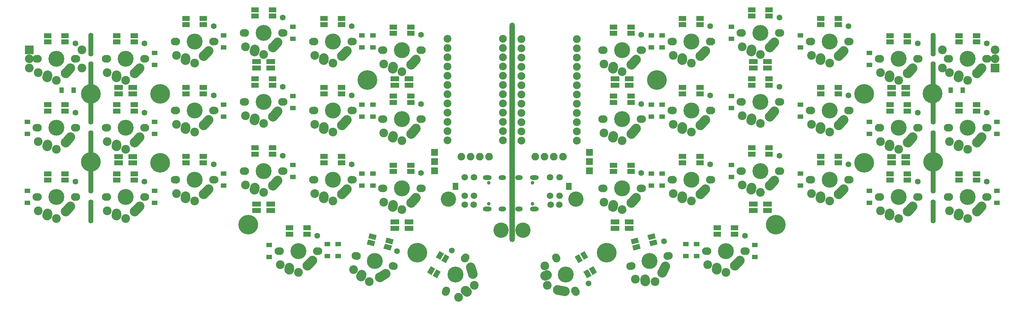
<source format=gbr>
G04 #@! TF.GenerationSoftware,KiCad,Pcbnew,(5.1.5)-3*
G04 #@! TF.CreationDate,2020-07-27T19:09:03+07:00*
G04 #@! TF.ProjectId,corne-classic,636f726e-652d-4636-9c61-737369632e6b,1.1*
G04 #@! TF.SameCoordinates,Original*
G04 #@! TF.FileFunction,Soldermask,Bot*
G04 #@! TF.FilePolarity,Negative*
%FSLAX46Y46*%
G04 Gerber Fmt 4.6, Leading zero omitted, Abs format (unit mm)*
G04 Created by KiCad (PCBNEW (5.1.5)-3) date 2020-07-27 19:09:03*
%MOMM*%
%LPD*%
G04 APERTURE LIST*
%ADD10C,2.152600*%
%ADD11C,4.387800*%
%ADD12C,1.600000*%
%ADD13C,2.100000*%
%ADD14C,2.400000*%
%ADD15C,2.150000*%
%ADD16C,2.650000*%
%ADD17C,2.650000*%
%ADD18O,1.450000X60.400000*%
%ADD19O,2.100000X2.100000*%
%ADD20R,1.924000X1.924000*%
%ADD21C,0.100000*%
%ADD22R,2.000000X1.400000*%
%ADD23R,2.400000X1.400000*%
%ADD24R,1.600000X1.300000*%
%ADD25R,1.300000X1.600000*%
%ADD26C,1.797000*%
%ADD27O,1.400000X6.550000*%
%ADD28O,1.400000X6.566000*%
%ADD29O,1.400000X17.400000*%
%ADD30R,2.400000X2.400000*%
%ADD31C,5.400000*%
%ADD32R,1.543000X1.035000*%
%ADD33C,1.000000*%
%ADD34O,2.100000X1.300000*%
%ADD35O,2.400000X1.300000*%
%ADD36C,4.200000*%
G04 APERTURE END LIST*
D10*
X146781000Y-28067000D03*
X131541000Y-48387000D03*
X131541000Y-33147000D03*
X131541000Y-35687000D03*
X131541000Y-38227000D03*
X146781000Y-56007000D03*
X131541000Y-30607000D03*
X131541000Y-28067000D03*
X131541000Y-50927000D03*
X131541000Y-53467000D03*
X131541000Y-56007000D03*
X146781000Y-53467000D03*
X146781000Y-50927000D03*
X146781000Y-48387000D03*
X146781000Y-45847000D03*
X146781000Y-43307000D03*
X146781000Y-40767000D03*
X146781000Y-38227000D03*
X146781000Y-33147000D03*
X146781000Y-35687000D03*
X146781000Y-30607000D03*
X131541000Y-45847000D03*
X131541000Y-43307000D03*
X131541000Y-40767000D03*
X167112000Y-28168600D03*
X151872000Y-48488600D03*
X151872000Y-33248600D03*
X151872000Y-35788600D03*
X151872000Y-38328600D03*
X167112000Y-56108600D03*
X151872000Y-30708600D03*
X151872000Y-28168600D03*
X151872000Y-51028600D03*
X151872000Y-53568600D03*
X151872000Y-56108600D03*
X167112000Y-53568600D03*
X167112000Y-51028600D03*
X167112000Y-48488600D03*
X167112000Y-45948600D03*
X167112000Y-43408600D03*
X167112000Y-40868600D03*
X167112000Y-38328600D03*
X167112000Y-33248600D03*
X167112000Y-35788600D03*
X167112000Y-30708600D03*
X151872000Y-45948600D03*
X151872000Y-43408600D03*
X151872000Y-40868600D03*
D11*
X187102000Y-89239800D03*
D12*
X191057093Y-83831876D03*
D13*
X181789408Y-90663305D03*
X192414592Y-87816295D03*
D14*
X183255883Y-94204413D03*
D15*
X182195097Y-90554601D03*
X192008903Y-87924999D03*
D16*
X190552091Y-92456456D03*
D17*
X191439578Y-90707151D02*
X190552102Y-92456461D01*
D14*
X188629032Y-94938762D03*
D16*
X185963349Y-94804104D03*
D17*
X185851871Y-94233514D02*
X185963799Y-94804016D01*
D11*
X208102000Y-86489800D03*
D12*
X213322000Y-82289800D03*
D13*
X202602000Y-86489800D03*
X213602000Y-86489800D03*
D14*
X203102000Y-90289800D03*
D15*
X203022000Y-86489800D03*
X213182000Y-86489800D03*
D16*
X210602000Y-90489800D03*
D17*
X211912000Y-89029800D02*
X210602010Y-90489808D01*
D14*
X208102000Y-92389800D03*
D16*
X205562000Y-91569800D03*
D17*
X205602000Y-90989800D02*
X205562458Y-91569832D01*
D11*
X179602000Y-69239800D03*
D12*
X184822000Y-65039800D03*
D13*
X174102000Y-69239800D03*
X185102000Y-69239800D03*
D14*
X174602000Y-73039800D03*
D15*
X174522000Y-69239800D03*
X184682000Y-69239800D03*
D16*
X182102000Y-73239800D03*
D17*
X183412000Y-71779800D02*
X182102010Y-73239808D01*
D14*
X179602000Y-75139800D03*
D16*
X177062000Y-74319800D03*
D17*
X177102000Y-73739800D02*
X177062458Y-74319832D01*
D11*
X198602000Y-66864800D03*
D12*
X203822000Y-62664800D03*
D13*
X193102000Y-66864800D03*
X204102000Y-66864800D03*
D14*
X193602000Y-70664800D03*
D15*
X193522000Y-66864800D03*
X203682000Y-66864800D03*
D16*
X201102000Y-70864800D03*
D17*
X202412000Y-69404800D02*
X201102010Y-70864808D01*
D14*
X198602000Y-72764800D03*
D16*
X196062000Y-71944800D03*
D17*
X196102000Y-71364800D02*
X196062458Y-71944832D01*
D11*
X217602000Y-64489800D03*
D12*
X222822000Y-60289800D03*
D13*
X212102000Y-64489800D03*
X223102000Y-64489800D03*
D14*
X212602000Y-68289800D03*
D15*
X212522000Y-64489800D03*
X222682000Y-64489800D03*
D16*
X220102000Y-68489800D03*
D17*
X221412000Y-67029800D02*
X220102010Y-68489808D01*
D14*
X217602000Y-70389800D03*
D16*
X215062000Y-69569800D03*
D17*
X215102000Y-68989800D02*
X215062458Y-69569832D01*
D11*
X236602000Y-66864800D03*
D12*
X241822000Y-62664800D03*
D13*
X231102000Y-66864800D03*
X242102000Y-66864800D03*
D14*
X231602000Y-70664800D03*
D15*
X231522000Y-66864800D03*
X241682000Y-66864800D03*
D16*
X239102000Y-70864800D03*
D17*
X240412000Y-69404800D02*
X239102010Y-70864808D01*
D14*
X236602000Y-72764800D03*
D16*
X234062000Y-71944800D03*
D17*
X234102000Y-71364800D02*
X234062458Y-71944832D01*
D11*
X255602000Y-71614800D03*
D12*
X260822000Y-67414800D03*
D13*
X250102000Y-71614800D03*
X261102000Y-71614800D03*
D14*
X250602000Y-75414800D03*
D15*
X250522000Y-71614800D03*
X260682000Y-71614800D03*
D16*
X258102000Y-75614800D03*
D17*
X259412000Y-74154800D02*
X258102010Y-75614808D01*
D14*
X255602000Y-77514800D03*
D16*
X253062000Y-76694800D03*
D17*
X253102000Y-76114800D02*
X253062458Y-76694832D01*
D11*
X274602000Y-71614800D03*
D12*
X279822000Y-67414800D03*
D13*
X269102000Y-71614800D03*
X280102000Y-71614800D03*
D14*
X269602000Y-75414800D03*
D15*
X269522000Y-71614800D03*
X279682000Y-71614800D03*
D16*
X277102000Y-75614800D03*
D17*
X278412000Y-74154800D02*
X277102010Y-75614808D01*
D14*
X274602000Y-77514800D03*
D16*
X272062000Y-76694800D03*
D17*
X272102000Y-76114800D02*
X272062458Y-76694832D01*
D11*
X179602000Y-50239800D03*
D12*
X184822000Y-46039800D03*
D13*
X174102000Y-50239800D03*
X185102000Y-50239800D03*
D14*
X174602000Y-54039800D03*
D15*
X174522000Y-50239800D03*
X184682000Y-50239800D03*
D16*
X182102000Y-54239800D03*
D17*
X183412000Y-52779800D02*
X182102010Y-54239808D01*
D14*
X179602000Y-56139800D03*
D16*
X177062000Y-55319800D03*
D17*
X177102000Y-54739800D02*
X177062458Y-55319832D01*
D11*
X198602000Y-47864800D03*
D12*
X203822000Y-43664800D03*
D13*
X193102000Y-47864800D03*
X204102000Y-47864800D03*
D14*
X193602000Y-51664800D03*
D15*
X193522000Y-47864800D03*
X203682000Y-47864800D03*
D16*
X201102000Y-51864800D03*
D17*
X202412000Y-50404800D02*
X201102010Y-51864808D01*
D14*
X198602000Y-53764800D03*
D16*
X196062000Y-52944800D03*
D17*
X196102000Y-52364800D02*
X196062458Y-52944832D01*
D11*
X217602000Y-45489800D03*
D12*
X222822000Y-41289800D03*
D13*
X212102000Y-45489800D03*
X223102000Y-45489800D03*
D14*
X212602000Y-49289800D03*
D15*
X212522000Y-45489800D03*
X222682000Y-45489800D03*
D16*
X220102000Y-49489800D03*
D17*
X221412000Y-48029800D02*
X220102010Y-49489808D01*
D14*
X217602000Y-51389800D03*
D16*
X215062000Y-50569800D03*
D17*
X215102000Y-49989800D02*
X215062458Y-50569832D01*
D11*
X236602000Y-47864800D03*
D12*
X241822000Y-43664800D03*
D13*
X231102000Y-47864800D03*
X242102000Y-47864800D03*
D14*
X231602000Y-51664800D03*
D15*
X231522000Y-47864800D03*
X241682000Y-47864800D03*
D16*
X239102000Y-51864800D03*
D17*
X240412000Y-50404800D02*
X239102010Y-51864808D01*
D14*
X236602000Y-53764800D03*
D16*
X234062000Y-52944800D03*
D17*
X234102000Y-52364800D02*
X234062458Y-52944832D01*
D11*
X255602000Y-52614800D03*
D12*
X260822000Y-48414800D03*
D13*
X250102000Y-52614800D03*
X261102000Y-52614800D03*
D14*
X250602000Y-56414800D03*
D15*
X250522000Y-52614800D03*
X260682000Y-52614800D03*
D16*
X258102000Y-56614800D03*
D17*
X259412000Y-55154800D02*
X258102010Y-56614808D01*
D14*
X255602000Y-58514800D03*
D16*
X253062000Y-57694800D03*
D17*
X253102000Y-57114800D02*
X253062458Y-57694832D01*
D11*
X274602000Y-52614800D03*
D12*
X279822000Y-48414800D03*
D13*
X269102000Y-52614800D03*
X280102000Y-52614800D03*
D14*
X269602000Y-56414800D03*
D15*
X269522000Y-52614800D03*
X279682000Y-52614800D03*
D16*
X277102000Y-56614800D03*
D17*
X278412000Y-55154800D02*
X277102010Y-56614808D01*
D14*
X274602000Y-58514800D03*
D16*
X272062000Y-57694800D03*
D17*
X272102000Y-57114800D02*
X272062458Y-57694832D01*
D11*
X179602000Y-31239800D03*
D12*
X184822000Y-27039800D03*
D13*
X174102000Y-31239800D03*
X185102000Y-31239800D03*
D14*
X174602000Y-35039800D03*
D15*
X174522000Y-31239800D03*
X184682000Y-31239800D03*
D16*
X182102000Y-35239800D03*
D17*
X183412000Y-33779800D02*
X182102010Y-35239808D01*
D14*
X179602000Y-37139800D03*
D16*
X177062000Y-36319800D03*
D17*
X177102000Y-35739800D02*
X177062458Y-36319832D01*
D11*
X198602000Y-28864800D03*
D12*
X203822000Y-24664800D03*
D13*
X193102000Y-28864800D03*
X204102000Y-28864800D03*
D14*
X193602000Y-32664800D03*
D15*
X193522000Y-28864800D03*
X203682000Y-28864800D03*
D16*
X201102000Y-32864800D03*
D17*
X202412000Y-31404800D02*
X201102010Y-32864808D01*
D14*
X198602000Y-34764800D03*
D16*
X196062000Y-33944800D03*
D17*
X196102000Y-33364800D02*
X196062458Y-33944832D01*
D11*
X217602000Y-26489800D03*
D12*
X222822000Y-22289800D03*
D13*
X212102000Y-26489800D03*
X223102000Y-26489800D03*
D14*
X212602000Y-30289800D03*
D15*
X212522000Y-26489800D03*
X222682000Y-26489800D03*
D16*
X220102000Y-30489800D03*
D17*
X221412000Y-29029800D02*
X220102010Y-30489808D01*
D14*
X217602000Y-32389800D03*
D16*
X215062000Y-31569800D03*
D17*
X215102000Y-30989800D02*
X215062458Y-31569832D01*
D11*
X236602000Y-28864800D03*
D12*
X241822000Y-24664800D03*
D13*
X231102000Y-28864800D03*
X242102000Y-28864800D03*
D14*
X231602000Y-32664800D03*
D15*
X231522000Y-28864800D03*
X241682000Y-28864800D03*
D16*
X239102000Y-32864800D03*
D17*
X240412000Y-31404800D02*
X239102010Y-32864808D01*
D14*
X236602000Y-34764800D03*
D16*
X234062000Y-33944800D03*
D17*
X234102000Y-33364800D02*
X234062458Y-33944832D01*
D11*
X255602000Y-33614800D03*
D12*
X260822000Y-29414800D03*
D13*
X250102000Y-33614800D03*
X261102000Y-33614800D03*
D14*
X250602000Y-37414800D03*
D15*
X250522000Y-33614800D03*
X260682000Y-33614800D03*
D16*
X258102000Y-37614800D03*
D17*
X259412000Y-36154800D02*
X258102010Y-37614808D01*
D14*
X255602000Y-39514800D03*
D16*
X253062000Y-38694800D03*
D17*
X253102000Y-38114800D02*
X253062458Y-38694832D01*
D11*
X274602000Y-33614800D03*
D12*
X279822000Y-29414800D03*
D13*
X269102000Y-33614800D03*
X280102000Y-33614800D03*
D14*
X269602000Y-37414800D03*
D15*
X269522000Y-33614800D03*
X279682000Y-33614800D03*
D16*
X277102000Y-37614800D03*
D17*
X278412000Y-36154800D02*
X277102010Y-37614808D01*
D14*
X274602000Y-39514800D03*
D16*
X272062000Y-38694800D03*
D17*
X272102000Y-38114800D02*
X272062458Y-38694832D01*
D11*
X111551000Y-89239800D03*
D12*
X117680173Y-86533947D03*
D13*
X106238408Y-87816295D03*
X116863592Y-90663305D03*
D14*
X105737858Y-91616223D03*
D15*
X106644097Y-87924999D03*
X116457903Y-90554601D03*
D16*
X112930538Y-93750551D03*
D17*
X114573777Y-92679352D02*
X112930545Y-93750562D01*
D14*
X110023968Y-94938762D03*
D16*
X107782748Y-93489303D03*
D17*
X107971500Y-92939419D02*
X107783182Y-93489453D01*
D11*
X90551400Y-86489800D03*
D12*
X95771400Y-82289800D03*
D13*
X85051400Y-86489800D03*
X96051400Y-86489800D03*
D14*
X85551400Y-90289800D03*
D15*
X85471400Y-86489800D03*
X95631400Y-86489800D03*
D16*
X93051400Y-90489800D03*
D17*
X94361400Y-89029800D02*
X93051410Y-90489808D01*
D14*
X90551400Y-92389800D03*
D16*
X88011400Y-91569800D03*
D17*
X88051400Y-90989800D02*
X88011858Y-91569832D01*
D11*
X119051000Y-69239800D03*
D12*
X124271000Y-65039800D03*
D13*
X113551000Y-69239800D03*
X124551000Y-69239800D03*
D14*
X114051000Y-73039800D03*
D15*
X113971000Y-69239800D03*
X124131000Y-69239800D03*
D16*
X121551000Y-73239800D03*
D17*
X122861000Y-71779800D02*
X121551010Y-73239808D01*
D14*
X119051000Y-75139800D03*
D16*
X116511000Y-74319800D03*
D17*
X116551000Y-73739800D02*
X116511458Y-74319832D01*
D11*
X100051000Y-66864800D03*
D12*
X105271000Y-62664800D03*
D13*
X94551000Y-66864800D03*
X105551000Y-66864800D03*
D14*
X95051000Y-70664800D03*
D15*
X94971000Y-66864800D03*
X105131000Y-66864800D03*
D16*
X102551000Y-70864800D03*
D17*
X103861000Y-69404800D02*
X102551010Y-70864808D01*
D14*
X100051000Y-72764800D03*
D16*
X97511000Y-71944800D03*
D17*
X97551000Y-71364800D02*
X97511458Y-71944832D01*
D11*
X81051400Y-64489800D03*
D12*
X86271400Y-60289800D03*
D13*
X75551400Y-64489800D03*
X86551400Y-64489800D03*
D14*
X76051400Y-68289800D03*
D15*
X75971400Y-64489800D03*
X86131400Y-64489800D03*
D16*
X83551400Y-68489800D03*
D17*
X84861400Y-67029800D02*
X83551410Y-68489808D01*
D14*
X81051400Y-70389800D03*
D16*
X78511400Y-69569800D03*
D17*
X78551400Y-68989800D02*
X78511858Y-69569832D01*
D11*
X62051400Y-66864800D03*
D12*
X67271400Y-62664800D03*
D13*
X56551400Y-66864800D03*
X67551400Y-66864800D03*
D14*
X57051400Y-70664800D03*
D15*
X56971400Y-66864800D03*
X67131400Y-66864800D03*
D16*
X64551400Y-70864800D03*
D17*
X65861400Y-69404800D02*
X64551410Y-70864808D01*
D14*
X62051400Y-72764800D03*
D16*
X59511400Y-71944800D03*
D17*
X59551400Y-71364800D02*
X59511858Y-71944832D01*
D11*
X43051400Y-71614800D03*
D12*
X48271400Y-67414800D03*
D13*
X37551400Y-71614800D03*
X48551400Y-71614800D03*
D14*
X38051400Y-75414800D03*
D15*
X37971400Y-71614800D03*
X48131400Y-71614800D03*
D16*
X45551400Y-75614800D03*
D17*
X46861400Y-74154800D02*
X45551410Y-75614808D01*
D14*
X43051400Y-77514800D03*
D16*
X40511400Y-76694800D03*
D17*
X40551400Y-76114800D02*
X40511858Y-76694832D01*
D11*
X24051400Y-71614800D03*
D12*
X29271400Y-67414800D03*
D13*
X18551400Y-71614800D03*
X29551400Y-71614800D03*
D14*
X19051400Y-75414800D03*
D15*
X18971400Y-71614800D03*
X29131400Y-71614800D03*
D16*
X26551400Y-75614800D03*
D17*
X27861400Y-74154800D02*
X26551410Y-75614808D01*
D14*
X24051400Y-77514800D03*
D16*
X21511400Y-76694800D03*
D17*
X21551400Y-76114800D02*
X21511858Y-76694832D01*
D11*
X119051000Y-50239800D03*
D12*
X124271000Y-46039800D03*
D13*
X113551000Y-50239800D03*
X124551000Y-50239800D03*
D14*
X114051000Y-54039800D03*
D15*
X113971000Y-50239800D03*
X124131000Y-50239800D03*
D16*
X121551000Y-54239800D03*
D17*
X122861000Y-52779800D02*
X121551010Y-54239808D01*
D14*
X119051000Y-56139800D03*
D16*
X116511000Y-55319800D03*
D17*
X116551000Y-54739800D02*
X116511458Y-55319832D01*
D11*
X100051000Y-47864800D03*
D12*
X105271000Y-43664800D03*
D13*
X94551000Y-47864800D03*
X105551000Y-47864800D03*
D14*
X95051000Y-51664800D03*
D15*
X94971000Y-47864800D03*
X105131000Y-47864800D03*
D16*
X102551000Y-51864800D03*
D17*
X103861000Y-50404800D02*
X102551010Y-51864808D01*
D14*
X100051000Y-53764800D03*
D16*
X97511000Y-52944800D03*
D17*
X97551000Y-52364800D02*
X97511458Y-52944832D01*
D11*
X81051400Y-45489800D03*
D12*
X86271400Y-41289800D03*
D13*
X75551400Y-45489800D03*
X86551400Y-45489800D03*
D14*
X76051400Y-49289800D03*
D15*
X75971400Y-45489800D03*
X86131400Y-45489800D03*
D16*
X83551400Y-49489800D03*
D17*
X84861400Y-48029800D02*
X83551410Y-49489808D01*
D14*
X81051400Y-51389800D03*
D16*
X78511400Y-50569800D03*
D17*
X78551400Y-49989800D02*
X78511858Y-50569832D01*
D11*
X62051400Y-47864800D03*
D12*
X67271400Y-43664800D03*
D13*
X56551400Y-47864800D03*
X67551400Y-47864800D03*
D14*
X57051400Y-51664800D03*
D15*
X56971400Y-47864800D03*
X67131400Y-47864800D03*
D16*
X64551400Y-51864800D03*
D17*
X65861400Y-50404800D02*
X64551410Y-51864808D01*
D14*
X62051400Y-53764800D03*
D16*
X59511400Y-52944800D03*
D17*
X59551400Y-52364800D02*
X59511858Y-52944832D01*
D11*
X43051400Y-52614800D03*
D12*
X48271400Y-48414800D03*
D13*
X37551400Y-52614800D03*
X48551400Y-52614800D03*
D14*
X38051400Y-56414800D03*
D15*
X37971400Y-52614800D03*
X48131400Y-52614800D03*
D16*
X45551400Y-56614800D03*
D17*
X46861400Y-55154800D02*
X45551410Y-56614808D01*
D14*
X43051400Y-58514800D03*
D16*
X40511400Y-57694800D03*
D17*
X40551400Y-57114800D02*
X40511858Y-57694832D01*
D11*
X24051400Y-52614800D03*
D12*
X29271400Y-48414800D03*
D13*
X18551400Y-52614800D03*
X29551400Y-52614800D03*
D14*
X19051400Y-56414800D03*
D15*
X18971400Y-52614800D03*
X29131400Y-52614800D03*
D16*
X26551400Y-56614800D03*
D17*
X27861400Y-55154800D02*
X26551410Y-56614808D01*
D14*
X24051400Y-58514800D03*
D16*
X21511400Y-57694800D03*
D17*
X21551400Y-57114800D02*
X21511858Y-57694832D01*
D11*
X119051000Y-31239800D03*
D12*
X124271000Y-27039800D03*
D13*
X113551000Y-31239800D03*
X124551000Y-31239800D03*
D14*
X114051000Y-35039800D03*
D15*
X113971000Y-31239800D03*
X124131000Y-31239800D03*
D16*
X121551000Y-35239800D03*
D17*
X122861000Y-33779800D02*
X121551010Y-35239808D01*
D14*
X119051000Y-37139800D03*
D16*
X116511000Y-36319800D03*
D17*
X116551000Y-35739800D02*
X116511458Y-36319832D01*
D11*
X100051000Y-28864800D03*
D12*
X105271000Y-24664800D03*
D13*
X94551000Y-28864800D03*
X105551000Y-28864800D03*
D14*
X95051000Y-32664800D03*
D15*
X94971000Y-28864800D03*
X105131000Y-28864800D03*
D16*
X102551000Y-32864800D03*
D17*
X103861000Y-31404800D02*
X102551010Y-32864808D01*
D14*
X100051000Y-34764800D03*
D16*
X97511000Y-33944800D03*
D17*
X97551000Y-33364800D02*
X97511458Y-33944832D01*
D11*
X81051400Y-26489800D03*
D12*
X86271400Y-22289800D03*
D13*
X75551400Y-26489800D03*
X86551400Y-26489800D03*
D14*
X76051400Y-30289800D03*
D15*
X75971400Y-26489800D03*
X86131400Y-26489800D03*
D16*
X83551400Y-30489800D03*
D17*
X84861400Y-29029800D02*
X83551410Y-30489808D01*
D14*
X81051400Y-32389800D03*
D16*
X78511400Y-31569800D03*
D17*
X78551400Y-30989800D02*
X78511858Y-31569832D01*
D11*
X62051400Y-28864800D03*
D12*
X67271400Y-24664800D03*
D13*
X56551400Y-28864800D03*
X67551400Y-28864800D03*
D14*
X57051400Y-32664800D03*
D15*
X56971400Y-28864800D03*
X67131400Y-28864800D03*
D16*
X64551400Y-32864800D03*
D17*
X65861400Y-31404800D02*
X64551410Y-32864808D01*
D14*
X62051400Y-34764800D03*
D16*
X59511400Y-33944800D03*
D17*
X59551400Y-33364800D02*
X59511858Y-33944832D01*
D11*
X43051400Y-33614800D03*
D12*
X48271400Y-29414800D03*
D13*
X37551400Y-33614800D03*
X48551400Y-33614800D03*
D14*
X38051400Y-37414800D03*
D15*
X37971400Y-33614800D03*
X48131400Y-33614800D03*
D16*
X45551400Y-37614800D03*
D17*
X46861400Y-36154800D02*
X45551410Y-37614808D01*
D14*
X43051400Y-39514800D03*
D16*
X40511400Y-38694800D03*
D17*
X40551400Y-38114800D02*
X40511858Y-38694832D01*
D11*
X24051400Y-33614800D03*
D12*
X29271400Y-29414800D03*
D13*
X18551400Y-33614800D03*
X29551400Y-33614800D03*
D14*
X19051400Y-37414800D03*
D15*
X18971400Y-33614800D03*
X29131400Y-33614800D03*
D16*
X26551400Y-37614800D03*
D17*
X27861400Y-36154800D02*
X26551410Y-37614808D01*
D14*
X24051400Y-39514800D03*
D16*
X21511400Y-38694800D03*
D17*
X21551400Y-38114800D02*
X21511858Y-38694832D01*
D18*
X149327000Y-53864800D03*
D15*
X161550000Y-88590391D03*
D12*
X170337307Y-95410453D03*
D13*
X161340000Y-88226660D03*
X166840000Y-97752940D03*
D14*
X158299103Y-90559673D03*
D15*
X166630000Y-97389209D03*
D16*
X161875898Y-97154864D03*
D17*
X158942886Y-93074736D02*
X158420792Y-93330506D01*
D11*
X164090000Y-92989800D03*
D17*
X163795295Y-97559357D02*
X161875895Y-97154875D01*
D14*
X158980450Y-95939800D03*
D16*
X158420591Y-93330095D03*
D15*
X131261000Y-97389209D03*
D12*
X132773693Y-86369147D03*
D13*
X131051000Y-97752940D03*
X136551000Y-88226660D03*
D14*
X134591897Y-99219927D03*
D15*
X136341000Y-88590391D03*
D16*
X138515102Y-92824736D03*
D17*
X136448114Y-97404864D02*
X136930664Y-97729124D01*
D11*
X133801000Y-92989800D03*
D17*
X137905705Y-90960243D02*
X138515115Y-92824733D01*
D14*
X138910550Y-95939800D03*
D16*
X136930409Y-97729505D03*
D19*
X135351000Y-60528200D03*
X140431000Y-60528200D03*
X137891000Y-60528200D03*
X142971000Y-60528200D03*
X155682000Y-60528200D03*
X160762000Y-60528200D03*
X158222000Y-60528200D03*
X163302000Y-60528200D03*
D20*
X128051000Y-64389800D03*
X128051000Y-59309800D03*
X128051000Y-61849800D03*
X170602000Y-64389800D03*
X170602000Y-59309800D03*
X170602000Y-61849800D03*
D21*
G36*
X166538010Y-88082814D02*
G01*
X167750446Y-87382814D01*
X168750446Y-89114864D01*
X167538010Y-89814864D01*
X166538010Y-88082814D01*
G37*
G36*
X168053554Y-87207814D02*
G01*
X169265990Y-86507814D01*
X170265990Y-88239864D01*
X169053554Y-88939864D01*
X168053554Y-87207814D01*
G37*
G36*
X170453554Y-91364736D02*
G01*
X171665990Y-90664736D01*
X172665990Y-92396786D01*
X171453554Y-93096786D01*
X170453554Y-91364736D01*
G37*
G36*
X168938010Y-92239736D02*
G01*
X170150446Y-91539736D01*
X171150446Y-93271786D01*
X169938010Y-93971786D01*
X168938010Y-92239736D01*
G37*
G36*
X188478507Y-81588482D02*
G01*
X188840854Y-82940778D01*
X186909003Y-83458416D01*
X186546656Y-82106120D01*
X188478507Y-81588482D01*
G37*
G36*
X188931441Y-83278852D02*
G01*
X189293788Y-84631148D01*
X187361937Y-85148786D01*
X186999590Y-83796490D01*
X188931441Y-83278852D01*
G37*
G36*
X184294997Y-84521184D02*
G01*
X184657344Y-85873480D01*
X182725493Y-86391118D01*
X182363146Y-85038822D01*
X184294997Y-84521184D01*
G37*
G36*
X183842063Y-82830814D02*
G01*
X184204410Y-84183110D01*
X182272559Y-84700748D01*
X181910212Y-83348452D01*
X183842063Y-82830814D01*
G37*
D22*
X205702000Y-81864800D03*
X205702000Y-80114800D03*
X210502000Y-80114800D03*
X210502000Y-81864800D03*
X177202000Y-64614800D03*
X177202000Y-62864800D03*
X182002000Y-62864800D03*
X182002000Y-64614800D03*
X196202000Y-62239800D03*
X196202000Y-60489800D03*
X201002000Y-60489800D03*
X201002000Y-62239800D03*
X215202000Y-59864800D03*
X215202000Y-58114800D03*
X220002000Y-58114800D03*
X220002000Y-59864800D03*
X234202000Y-62239800D03*
X234202000Y-60489800D03*
X239002000Y-60489800D03*
X239002000Y-62239800D03*
X253202000Y-66989800D03*
X253202000Y-65239800D03*
X258002000Y-65239800D03*
X258002000Y-66989800D03*
X272202000Y-66989800D03*
X272202000Y-65239800D03*
X277002000Y-65239800D03*
X277002000Y-66989800D03*
X177202000Y-45614800D03*
X177202000Y-43864800D03*
X182002000Y-43864800D03*
X182002000Y-45614800D03*
X196202000Y-43239800D03*
X196202000Y-41489800D03*
X201002000Y-41489800D03*
X201002000Y-43239800D03*
X215202000Y-40864800D03*
X215202000Y-39114800D03*
X220002000Y-39114800D03*
X220002000Y-40864800D03*
X234202000Y-43239800D03*
X234202000Y-41489800D03*
X239002000Y-41489800D03*
X239002000Y-43239800D03*
X253202000Y-47989800D03*
X253202000Y-46239800D03*
X258002000Y-46239800D03*
X258002000Y-47989800D03*
X272202000Y-47989800D03*
X272202000Y-46239800D03*
X277002000Y-46239800D03*
X277002000Y-47989800D03*
X177202000Y-26614800D03*
X177202000Y-24864800D03*
X182002000Y-24864800D03*
X182002000Y-26614800D03*
X196202000Y-24239800D03*
X196202000Y-22489800D03*
X201002000Y-22489800D03*
X201002000Y-24239800D03*
X215202000Y-21864800D03*
X215202000Y-20114800D03*
X220002000Y-20114800D03*
X220002000Y-21864800D03*
X234202000Y-24239800D03*
X234202000Y-22489800D03*
X239002000Y-22489800D03*
X239002000Y-24239800D03*
X253202000Y-28989800D03*
X253202000Y-27239800D03*
X258002000Y-27239800D03*
X258002000Y-28989800D03*
X272202000Y-28989800D03*
X272202000Y-27239800D03*
X277002000Y-27239800D03*
X277002000Y-28989800D03*
D21*
G36*
X129387010Y-86507814D02*
G01*
X130599446Y-87207814D01*
X129599446Y-88939864D01*
X128387010Y-88239864D01*
X129387010Y-86507814D01*
G37*
G36*
X130902554Y-87382814D02*
G01*
X132114990Y-88082814D01*
X131114990Y-89814864D01*
X129902554Y-89114864D01*
X130902554Y-87382814D01*
G37*
G36*
X128502554Y-91539736D02*
G01*
X129714990Y-92239736D01*
X128714990Y-93971786D01*
X127502554Y-93271786D01*
X128502554Y-91539736D01*
G37*
G36*
X126987010Y-90664736D02*
G01*
X128199446Y-91364736D01*
X127199446Y-93096786D01*
X125987010Y-92396786D01*
X126987010Y-90664736D01*
G37*
G36*
X109359212Y-84631148D02*
G01*
X109721559Y-83278852D01*
X111653410Y-83796490D01*
X111291063Y-85148786D01*
X109359212Y-84631148D01*
G37*
G36*
X109812146Y-82940778D02*
G01*
X110174493Y-81588482D01*
X112106344Y-82106120D01*
X111743997Y-83458416D01*
X109812146Y-82940778D01*
G37*
G36*
X114448590Y-84183110D02*
G01*
X114810937Y-82830814D01*
X116742788Y-83348452D01*
X116380441Y-84700748D01*
X114448590Y-84183110D01*
G37*
G36*
X113995656Y-85873480D02*
G01*
X114358003Y-84521184D01*
X116289854Y-85038822D01*
X115927507Y-86391118D01*
X113995656Y-85873480D01*
G37*
D22*
X88151400Y-81864800D03*
X88151400Y-80114800D03*
X92951400Y-80114800D03*
X92951400Y-81864800D03*
X116651000Y-64614800D03*
X116651000Y-62864800D03*
X121451000Y-62864800D03*
X121451000Y-64614800D03*
X97651000Y-62239800D03*
X97651000Y-60489800D03*
X102451000Y-60489800D03*
X102451000Y-62239800D03*
X78651400Y-59864800D03*
X78651400Y-58114800D03*
X83451400Y-58114800D03*
X83451400Y-59864800D03*
X59651400Y-62239800D03*
X59651400Y-60489800D03*
X64451400Y-60489800D03*
X64451400Y-62239800D03*
X40651400Y-66989800D03*
X40651400Y-65239800D03*
X45451400Y-65239800D03*
X45451400Y-66989800D03*
X21651400Y-66989800D03*
X21651400Y-65239800D03*
X26451400Y-65239800D03*
X26451400Y-66989800D03*
X116651000Y-45614800D03*
X116651000Y-43864800D03*
X121451000Y-43864800D03*
X121451000Y-45614800D03*
X97651000Y-43239800D03*
X97651000Y-41489800D03*
X102451000Y-41489800D03*
X102451000Y-43239800D03*
X78651400Y-40864800D03*
X78651400Y-39114800D03*
X83451400Y-39114800D03*
X83451400Y-40864800D03*
X59651400Y-43239800D03*
X59651400Y-41489800D03*
X64451400Y-41489800D03*
X64451400Y-43239800D03*
X40651400Y-47989800D03*
X40651400Y-46239800D03*
X45451400Y-46239800D03*
X45451400Y-47989800D03*
X21651400Y-47989800D03*
X21651400Y-46239800D03*
X26451400Y-46239800D03*
X26451400Y-47989800D03*
X116651000Y-26614800D03*
X116651000Y-24864800D03*
X121451000Y-24864800D03*
X121451000Y-26614800D03*
X97651000Y-24239800D03*
X97651000Y-22489800D03*
X102451000Y-22489800D03*
X102451000Y-24239800D03*
X78651400Y-21864800D03*
X78651400Y-20114800D03*
X83451400Y-20114800D03*
X83451400Y-21864800D03*
X59651400Y-24239800D03*
X59651400Y-22489800D03*
X64451400Y-22489800D03*
X64451400Y-24239800D03*
X40651400Y-28989800D03*
X40651400Y-27239800D03*
X45451400Y-27239800D03*
X45451400Y-28989800D03*
X21651400Y-28989800D03*
X21651400Y-27239800D03*
X26451400Y-27239800D03*
X26451400Y-28989800D03*
D23*
X181548000Y-78500000D03*
X181548000Y-80250000D03*
X177656000Y-80250000D03*
X177656000Y-78500000D03*
X219548000Y-73597800D03*
X219548000Y-75347800D03*
X215656000Y-75347800D03*
X215656000Y-73597800D03*
X257548000Y-60514800D03*
X257548000Y-62264800D03*
X253656000Y-62264800D03*
X253656000Y-60514800D03*
X177656000Y-40864800D03*
X177656000Y-39114800D03*
X181548000Y-39114800D03*
X181548000Y-40864800D03*
X219548000Y-34414800D03*
X219548000Y-36164800D03*
X215656000Y-36164800D03*
X215656000Y-34414800D03*
X257548000Y-41514800D03*
X257548000Y-43264800D03*
X253656000Y-43264800D03*
X253656000Y-41514800D03*
X117105000Y-80250000D03*
X117105000Y-78500000D03*
X120997000Y-78500000D03*
X120997000Y-80250000D03*
X79105400Y-75347800D03*
X79105400Y-73597800D03*
X82997400Y-73597800D03*
X82997400Y-75347800D03*
X41105400Y-62264800D03*
X41105400Y-60514800D03*
X44997400Y-60514800D03*
X44997400Y-62264800D03*
X120997000Y-39114800D03*
X120997000Y-40864800D03*
X117105000Y-40864800D03*
X117105000Y-39114800D03*
X82997400Y-34414800D03*
X82997400Y-36164800D03*
X79105400Y-36164800D03*
X79105400Y-34414800D03*
X44997400Y-41514800D03*
X44997400Y-43264800D03*
X41105400Y-43264800D03*
X41105400Y-41514800D03*
D24*
X197102000Y-87889800D03*
X197102000Y-84589800D03*
X200102000Y-87889800D03*
X200102000Y-84589800D03*
X216102000Y-88139800D03*
X216102000Y-84839800D03*
X187602000Y-68514800D03*
X187602000Y-65214800D03*
X190602000Y-68514800D03*
X190602000Y-65214800D03*
X209602000Y-66139800D03*
X209602000Y-62839800D03*
X228602000Y-68514800D03*
X228602000Y-65214800D03*
X247602000Y-73264800D03*
X247602000Y-69964800D03*
X282602000Y-73264800D03*
X282602000Y-69964800D03*
X187602000Y-49514800D03*
X187602000Y-46214800D03*
X190602000Y-49514800D03*
X190602000Y-46214800D03*
X209602000Y-47139800D03*
X209602000Y-43839800D03*
X228602000Y-49514800D03*
X228602000Y-46214800D03*
X247602000Y-54264800D03*
X247602000Y-50964800D03*
X282602000Y-54264800D03*
X282602000Y-50964800D03*
X187602000Y-30514800D03*
X187602000Y-27214800D03*
X190602000Y-30514800D03*
X190602000Y-27214800D03*
X209602000Y-28139800D03*
X209602000Y-24839800D03*
X228602000Y-30514800D03*
X228602000Y-27214800D03*
X247602000Y-35264800D03*
X247602000Y-31964800D03*
D25*
X273201000Y-42265600D03*
X269901000Y-42265600D03*
D24*
X101551000Y-87889800D03*
X101551000Y-84589800D03*
X98551400Y-87889800D03*
X98551400Y-84589800D03*
X82551400Y-88139800D03*
X82551400Y-84839800D03*
X111051000Y-68514800D03*
X111051000Y-65214800D03*
X108051000Y-68514800D03*
X108051000Y-65214800D03*
X89051400Y-66139800D03*
X89051400Y-62839800D03*
X70051400Y-68514800D03*
X70051400Y-65214800D03*
X51051400Y-73264800D03*
X51051400Y-69964800D03*
X16051400Y-73264800D03*
X16051400Y-69964800D03*
X111051000Y-49514800D03*
X111051000Y-46214800D03*
X108051000Y-49514800D03*
X108051000Y-46214800D03*
X89051400Y-47139800D03*
X89051400Y-43839800D03*
X70051400Y-49514800D03*
X70051400Y-46214800D03*
X51051400Y-54264800D03*
X51051400Y-50964800D03*
X16051400Y-54264800D03*
X16051400Y-50964800D03*
X111051000Y-30514800D03*
X111051000Y-27214800D03*
X108051000Y-30514800D03*
X108051000Y-27214800D03*
X89051400Y-28139800D03*
X89051400Y-24839800D03*
X70051400Y-30514800D03*
X70051400Y-27214800D03*
X51051400Y-35264800D03*
X51051400Y-31964800D03*
D25*
X25451800Y-42265600D03*
X28751800Y-42265600D03*
D26*
X138861000Y-71246800D03*
X138861000Y-66166800D03*
X136271000Y-71246800D03*
X136271000Y-66166800D03*
X159893000Y-73735800D03*
X162332000Y-73761800D03*
X136321000Y-73761800D03*
X138760000Y-73735800D03*
D27*
X265102000Y-29692600D03*
D28*
X265102000Y-75572800D03*
D29*
X265102000Y-61989800D03*
X265102000Y-42989800D03*
D26*
X159792000Y-71246800D03*
X159792000Y-66166800D03*
X162382000Y-71246800D03*
X162382000Y-66166800D03*
D11*
X274602000Y-33614800D03*
D14*
X267602000Y-31114800D03*
X282102000Y-31114800D03*
X267602000Y-36114800D03*
D30*
X282102000Y-36114800D03*
D14*
X282102000Y-33614800D03*
D31*
X189102000Y-39489800D03*
D32*
X164922000Y-68206420D03*
X164922000Y-69207180D03*
D33*
X154942000Y-67721800D03*
X154942000Y-73501800D03*
D34*
X151252000Y-74931800D03*
X151252000Y-66291800D03*
D35*
X155422000Y-74931800D03*
X155422000Y-66291800D03*
D31*
X221852000Y-79239800D03*
X175352000Y-86989800D03*
X246102000Y-43239800D03*
X265102000Y-61989800D03*
X246102000Y-62239800D03*
X264922000Y-43180000D03*
D36*
X166852000Y-72239800D03*
X152352000Y-80739800D03*
D11*
X24051400Y-33614800D03*
D14*
X31051400Y-36114800D03*
X16551400Y-36114800D03*
X31051400Y-31114800D03*
D30*
X16551400Y-31114800D03*
D14*
X16551400Y-33614800D03*
D27*
X33551400Y-29692600D03*
D29*
X33551400Y-42989800D03*
X33551400Y-61989800D03*
D28*
X33551400Y-75572800D03*
D33*
X142949000Y-73501800D03*
X142949000Y-67721800D03*
D34*
X146639000Y-66291800D03*
X146639000Y-74931800D03*
D35*
X142469000Y-66291800D03*
X142469000Y-74931800D03*
D32*
X133731000Y-68206420D03*
X133731000Y-69207180D03*
D31*
X109551000Y-39489800D03*
X123301000Y-86989800D03*
X52551400Y-43239800D03*
X76801400Y-79239800D03*
X52551400Y-62239800D03*
X33551400Y-61989800D03*
X33551400Y-43239800D03*
D36*
X131801000Y-72239800D03*
X146301000Y-80739800D03*
M02*

</source>
